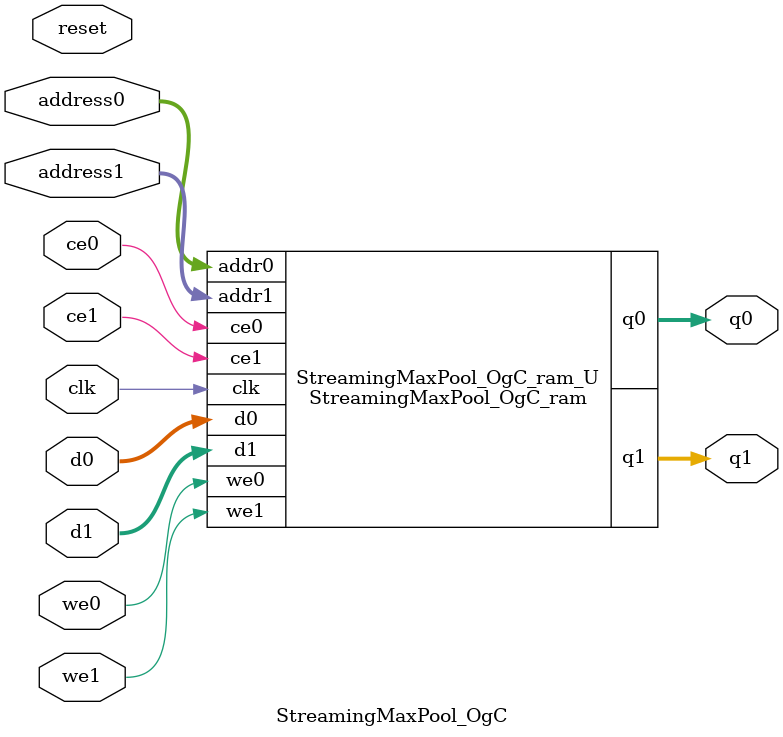
<source format=v>
`timescale 1 ns / 1 ps
module StreamingMaxPool_OgC_ram (addr0, ce0, d0, we0, q0, addr1, ce1, d1, we1, q1,  clk);

parameter DWIDTH = 8;
parameter AWIDTH = 6;
parameter MEM_SIZE = 64;

input[AWIDTH-1:0] addr0;
input ce0;
input[DWIDTH-1:0] d0;
input we0;
output reg[DWIDTH-1:0] q0;
input[AWIDTH-1:0] addr1;
input ce1;
input[DWIDTH-1:0] d1;
input we1;
output reg[DWIDTH-1:0] q1;
input clk;

(* ram_style = "block" *)reg [DWIDTH-1:0] ram[0:MEM_SIZE-1];




always @(posedge clk)  
begin 
    if (ce0) 
    begin
        if (we0) 
        begin 
            ram[addr0] <= d0; 
        end 
        q0 <= ram[addr0];
    end
end


always @(posedge clk)  
begin 
    if (ce1) 
    begin
        if (we1) 
        begin 
            ram[addr1] <= d1; 
        end 
        q1 <= ram[addr1];
    end
end


endmodule

`timescale 1 ns / 1 ps
module StreamingMaxPool_OgC(
    reset,
    clk,
    address0,
    ce0,
    we0,
    d0,
    q0,
    address1,
    ce1,
    we1,
    d1,
    q1);

parameter DataWidth = 32'd8;
parameter AddressRange = 32'd64;
parameter AddressWidth = 32'd6;
input reset;
input clk;
input[AddressWidth - 1:0] address0;
input ce0;
input we0;
input[DataWidth - 1:0] d0;
output[DataWidth - 1:0] q0;
input[AddressWidth - 1:0] address1;
input ce1;
input we1;
input[DataWidth - 1:0] d1;
output[DataWidth - 1:0] q1;



StreamingMaxPool_OgC_ram StreamingMaxPool_OgC_ram_U(
    .clk( clk ),
    .addr0( address0 ),
    .ce0( ce0 ),
    .we0( we0 ),
    .d0( d0 ),
    .q0( q0 ),
    .addr1( address1 ),
    .ce1( ce1 ),
    .we1( we1 ),
    .d1( d1 ),
    .q1( q1 ));

endmodule


</source>
